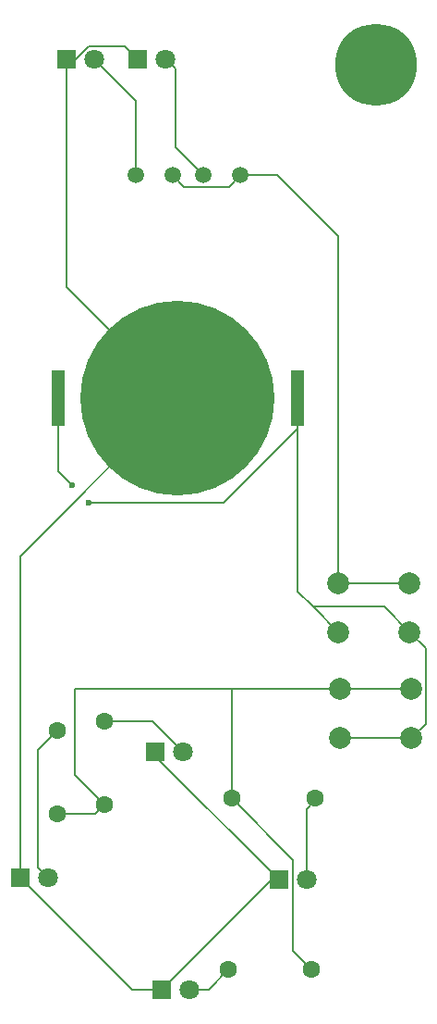
<source format=gbr>
%TF.GenerationSoftware,KiCad,Pcbnew,9.0.2*%
%TF.CreationDate,2025-07-03T20:52:15-07:00*%
%TF.ProjectId,solder,736f6c64-6572-42e6-9b69-6361645f7063,rev?*%
%TF.SameCoordinates,Original*%
%TF.FileFunction,Copper,L2,Bot*%
%TF.FilePolarity,Positive*%
%FSLAX46Y46*%
G04 Gerber Fmt 4.6, Leading zero omitted, Abs format (unit mm)*
G04 Created by KiCad (PCBNEW 9.0.2) date 2025-07-03 20:52:15*
%MOMM*%
%LPD*%
G01*
G04 APERTURE LIST*
%TA.AperFunction,ComponentPad*%
%ADD10C,2.000000*%
%TD*%
%TA.AperFunction,ComponentPad*%
%ADD11R,1.800000X1.800000*%
%TD*%
%TA.AperFunction,ComponentPad*%
%ADD12C,1.800000*%
%TD*%
%TA.AperFunction,SMDPad,CuDef*%
%ADD13R,1.270000X5.080000*%
%TD*%
%TA.AperFunction,SMDPad,CuDef*%
%ADD14C,17.800000*%
%TD*%
%TA.AperFunction,ComponentPad*%
%ADD15C,1.600000*%
%TD*%
%TA.AperFunction,ComponentPad*%
%ADD16C,1.500000*%
%TD*%
%TA.AperFunction,ViaPad*%
%ADD17C,7.500000*%
%TD*%
%TA.AperFunction,ViaPad*%
%ADD18C,0.600000*%
%TD*%
%TA.AperFunction,Conductor*%
%ADD19C,0.200000*%
%TD*%
G04 APERTURE END LIST*
D10*
%TO.P,SW1,1,1*%
%TO.N,Net-(R5-Pad1)*%
X153435000Y-94950000D03*
X159935000Y-94950000D03*
%TO.P,SW1,2,2*%
%TO.N,Net-(BT1-+)*%
X153435000Y-99450000D03*
X159935000Y-99450000D03*
%TD*%
D11*
%TO.P,D4,1,K*%
%TO.N,Net-(BT1--)*%
X124270000Y-121880000D03*
D12*
%TO.P,D4,2,A*%
%TO.N,Net-(D4-A)*%
X126810000Y-121880000D03*
%TD*%
D11*
%TO.P,D6,1,K*%
%TO.N,Net-(BT1--)*%
X147955000Y-122070000D03*
D12*
%TO.P,D6,2,A*%
%TO.N,Net-(D6-A)*%
X150495000Y-122070000D03*
%TD*%
D11*
%TO.P,D2,1,K*%
%TO.N,Net-(BT1--)*%
X135035567Y-47032545D03*
D12*
%TO.P,D2,2,A*%
%TO.N,Net-(D2-A)*%
X137575567Y-47032545D03*
%TD*%
D10*
%TO.P,SW2,1,1*%
%TO.N,Net-(R1-Pad2)*%
X153585000Y-104650000D03*
X160085000Y-104650000D03*
%TO.P,SW2,2,2*%
%TO.N,Net-(BT1-+)*%
X153585000Y-109150000D03*
X160085000Y-109150000D03*
%TD*%
D11*
%TO.P,D5,1,K*%
%TO.N,Net-(BT1--)*%
X137220000Y-132150000D03*
D12*
%TO.P,D5,2,A*%
%TO.N,Net-(D5-A)*%
X139760000Y-132150000D03*
%TD*%
D11*
%TO.P,D3,1,K*%
%TO.N,Net-(BT1--)*%
X136660000Y-110430000D03*
D12*
%TO.P,D3,2,A*%
%TO.N,Net-(D3-A)*%
X139200000Y-110430000D03*
%TD*%
D11*
%TO.P,D1,1,K*%
%TO.N,Net-(BT1--)*%
X128502285Y-47077420D03*
D12*
%TO.P,D1,2,A*%
%TO.N,Net-(D1-A)*%
X131042285Y-47077420D03*
%TD*%
D13*
%TO.P,BT1,1,+*%
%TO.N,Net-(BT1-+)*%
X149688829Y-78073649D03*
X127718829Y-78073649D03*
D14*
%TO.P,BT1,2,-*%
%TO.N,Net-(BT1--)*%
X138703829Y-78073649D03*
%TD*%
D15*
%TO.P,R3,1*%
%TO.N,Net-(D5-A)*%
X143360000Y-130320000D03*
%TO.P,R3,2*%
%TO.N,Net-(R1-Pad2)*%
X150980000Y-130320000D03*
%TD*%
%TO.P,R2,1*%
%TO.N,Net-(D4-A)*%
X127650000Y-108460000D03*
%TO.P,R2,2*%
%TO.N,Net-(R1-Pad2)*%
X127650000Y-116080000D03*
%TD*%
%TO.P,R1,1*%
%TO.N,Net-(D3-A)*%
X132020000Y-107600000D03*
%TO.P,R1,2*%
%TO.N,Net-(R1-Pad2)*%
X132020000Y-115220000D03*
%TD*%
%TO.P,R4,1*%
%TO.N,Net-(D6-A)*%
X151300000Y-114660000D03*
%TO.P,R4,2*%
%TO.N,Net-(R1-Pad2)*%
X143680000Y-114660000D03*
%TD*%
D16*
%TO.P,R5,1*%
%TO.N,Net-(R5-Pad1)*%
X144460000Y-57650000D03*
%TO.P,R5,2*%
%TO.N,Net-(D2-A)*%
X141060000Y-57650000D03*
%TD*%
%TO.P,R6,1*%
%TO.N,Net-(R5-Pad1)*%
X138230000Y-57630000D03*
%TO.P,R6,2*%
%TO.N,Net-(D1-A)*%
X134830000Y-57630000D03*
%TD*%
D17*
%TO.N,*%
X156870000Y-47570000D03*
D18*
%TO.N,Net-(BT1-+)*%
X129050000Y-86040000D03*
X130580000Y-87610000D03*
%TD*%
D19*
%TO.N,Net-(BT1-+)*%
X149688829Y-76046470D02*
X149688829Y-78073649D01*
X149688829Y-80813649D02*
X149688829Y-78073649D01*
X161420000Y-107815000D02*
X161420000Y-100935000D01*
X127718829Y-78073649D02*
X127718829Y-76046470D01*
X127718829Y-84708829D02*
X129050000Y-86040000D01*
X160085000Y-109150000D02*
X161420000Y-107815000D01*
X159935000Y-99450000D02*
X157617500Y-97132500D01*
X153585000Y-109150000D02*
X160085000Y-109150000D01*
X153435000Y-99450000D02*
X151117500Y-97132500D01*
X151117500Y-97132500D02*
X149688829Y-95703829D01*
X149688829Y-95703829D02*
X149688829Y-78073649D01*
X161420000Y-100935000D02*
X159935000Y-99450000D01*
X157617500Y-97132500D02*
X151117500Y-97132500D01*
X130580000Y-87610000D02*
X142892478Y-87610000D01*
X142892478Y-87610000D02*
X149688829Y-80813649D01*
X127718829Y-78073649D02*
X127718829Y-84708829D01*
%TO.N,Net-(BT1--)*%
X135035567Y-47032545D02*
X133879442Y-45876420D01*
X138703829Y-78073649D02*
X124270000Y-92507478D01*
X128502285Y-67872105D02*
X128502285Y-49220000D01*
X136660000Y-110430000D02*
X136660000Y-110775000D01*
X136660000Y-110775000D02*
X147955000Y-122070000D01*
X124270000Y-92507478D02*
X124270000Y-121880000D01*
X128502285Y-47918949D02*
X128502285Y-49220000D01*
X147955000Y-122070000D02*
X147300000Y-122070000D01*
X138703829Y-78073649D02*
X128502285Y-67872105D01*
X128502285Y-49220000D02*
X128502285Y-47077420D01*
X134540000Y-132150000D02*
X137220000Y-132150000D01*
X147300000Y-122070000D02*
X137220000Y-132150000D01*
X133879442Y-45876420D02*
X130544814Y-45876420D01*
X130544814Y-45876420D02*
X128502285Y-47918949D01*
X124270000Y-121880000D02*
X134540000Y-132150000D01*
%TO.N,Net-(D1-A)*%
X134830000Y-50865135D02*
X131042285Y-47077420D01*
X134830000Y-57630000D02*
X134830000Y-50865135D01*
%TO.N,Net-(D2-A)*%
X138475567Y-47932545D02*
X137575567Y-47032545D01*
X138475567Y-55065567D02*
X138475567Y-47932545D01*
X141060000Y-57650000D02*
X138475567Y-55065567D01*
%TO.N,Net-(D3-A)*%
X132020000Y-107600000D02*
X136370000Y-107600000D01*
X136370000Y-107600000D02*
X139200000Y-110430000D01*
%TO.N,Net-(D4-A)*%
X127650000Y-108460000D02*
X125910000Y-110200000D01*
X125910000Y-120980000D02*
X126810000Y-121880000D01*
X125910000Y-110200000D02*
X125910000Y-120980000D01*
%TO.N,Net-(D5-A)*%
X139760000Y-132150000D02*
X141530000Y-132150000D01*
X141530000Y-132150000D02*
X143360000Y-130320000D01*
%TO.N,Net-(D6-A)*%
X151300000Y-114660000D02*
X151300000Y-114810000D01*
X151300000Y-114810000D02*
X150495000Y-115615000D01*
X150495000Y-115615000D02*
X150495000Y-122070000D01*
%TO.N,Net-(R1-Pad2)*%
X131160000Y-116080000D02*
X132020000Y-115220000D01*
X143650000Y-104650000D02*
X143450000Y-104650000D01*
X127650000Y-116080000D02*
X131160000Y-116080000D01*
X132020000Y-115220000D02*
X129270000Y-112470000D01*
X143680000Y-104680000D02*
X143650000Y-104650000D01*
X143680000Y-114660000D02*
X143680000Y-104680000D01*
X150980000Y-130320000D02*
X149294000Y-128634000D01*
X149294000Y-128634000D02*
X149294000Y-120274000D01*
X153585000Y-104650000D02*
X143650000Y-104650000D01*
X160085000Y-104650000D02*
X153585000Y-104650000D01*
X149294000Y-120274000D02*
X143680000Y-114660000D01*
X143450000Y-104650000D02*
X129270000Y-104650000D01*
X129270000Y-112470000D02*
X129270000Y-104650000D01*
%TO.N,Net-(R5-Pad1)*%
X153435000Y-63245000D02*
X153435000Y-94950000D01*
X144460000Y-57650000D02*
X147830000Y-57650000D01*
X147835000Y-57645000D02*
X153435000Y-63245000D01*
X159935000Y-94950000D02*
X153435000Y-94950000D01*
X143409000Y-58701000D02*
X144460000Y-57650000D01*
X138230000Y-57630000D02*
X139301000Y-58701000D01*
X147830000Y-57650000D02*
X147835000Y-57645000D01*
X139301000Y-58701000D02*
X143409000Y-58701000D01*
%TD*%
M02*

</source>
